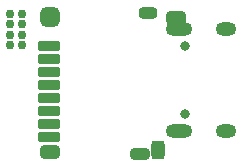
<source format=gbs>
G04*
G04 #@! TF.GenerationSoftware,Altium Limited,Altium Designer,21.0.8 (223)*
G04*
G04 Layer_Color=16711935*
%FSLAX25Y25*%
%MOIN*%
G70*
G04*
G04 #@! TF.SameCoordinates,8E059B7F-88B0-49DF-8ED0-AD27087E488A*
G04*
G04*
G04 #@! TF.FilePolarity,Negative*
G04*
G01*
G75*
G04:AMPARAMS|DCode=39|XSize=26mil|YSize=26mil|CornerRadius=8mil|HoleSize=0mil|Usage=FLASHONLY|Rotation=270.000|XOffset=0mil|YOffset=0mil|HoleType=Round|Shape=RoundedRectangle|*
%AMROUNDEDRECTD39*
21,1,0.02600,0.01000,0,0,270.0*
21,1,0.01000,0.02600,0,0,270.0*
1,1,0.01600,-0.00500,-0.00500*
1,1,0.01600,-0.00500,0.00500*
1,1,0.01600,0.00500,0.00500*
1,1,0.01600,0.00500,-0.00500*
%
%ADD39ROUNDEDRECTD39*%
%ADD53O,0.08868X0.04537*%
%ADD54O,0.06899X0.04537*%
%ADD55C,0.03159*%
G04:AMPARAMS|DCode=69|XSize=37.5mil|YSize=65.06mil|CornerRadius=10.87mil|HoleSize=0mil|Usage=FLASHONLY|Rotation=90.000|XOffset=0mil|YOffset=0mil|HoleType=Round|Shape=RoundedRectangle|*
%AMROUNDEDRECTD69*
21,1,0.03750,0.04331,0,0,90.0*
21,1,0.01575,0.06506,0,0,90.0*
1,1,0.02175,0.02165,0.00787*
1,1,0.02175,0.02165,-0.00787*
1,1,0.02175,-0.02165,-0.00787*
1,1,0.02175,-0.02165,0.00787*
%
%ADD69ROUNDEDRECTD69*%
G04:AMPARAMS|DCode=70|XSize=37.5mil|YSize=61.12mil|CornerRadius=10.87mil|HoleSize=0mil|Usage=FLASHONLY|Rotation=90.000|XOffset=0mil|YOffset=0mil|HoleType=Round|Shape=RoundedRectangle|*
%AMROUNDEDRECTD70*
21,1,0.03750,0.03937,0,0,90.0*
21,1,0.01575,0.06112,0,0,90.0*
1,1,0.02175,0.01968,0.00787*
1,1,0.02175,0.01968,-0.00787*
1,1,0.02175,-0.01968,-0.00787*
1,1,0.02175,-0.01968,0.00787*
%
%ADD70ROUNDEDRECTD70*%
G04:AMPARAMS|DCode=71|XSize=46mil|YSize=65.06mil|CornerRadius=13mil|HoleSize=0mil|Usage=FLASHONLY|Rotation=90.000|XOffset=0mil|YOffset=0mil|HoleType=Round|Shape=RoundedRectangle|*
%AMROUNDEDRECTD71*
21,1,0.04600,0.03906,0,0,90.0*
21,1,0.02000,0.06506,0,0,90.0*
1,1,0.02600,0.01953,0.01000*
1,1,0.02600,0.01953,-0.01000*
1,1,0.02600,-0.01953,-0.01000*
1,1,0.02600,-0.01953,0.01000*
%
%ADD71ROUNDEDRECTD71*%
G04:AMPARAMS|DCode=72|XSize=65.06mil|YSize=65.06mil|CornerRadius=17.76mil|HoleSize=0mil|Usage=FLASHONLY|Rotation=90.000|XOffset=0mil|YOffset=0mil|HoleType=Round|Shape=RoundedRectangle|*
%AMROUNDEDRECTD72*
21,1,0.06506,0.02953,0,0,90.0*
21,1,0.02953,0.06506,0,0,90.0*
1,1,0.03553,0.01476,0.01476*
1,1,0.03553,0.01476,-0.01476*
1,1,0.03553,-0.01476,-0.01476*
1,1,0.03553,-0.01476,0.01476*
%
%ADD72ROUNDEDRECTD72*%
G04:AMPARAMS|DCode=73|XSize=63.09mil|YSize=45.37mil|CornerRadius=12.84mil|HoleSize=0mil|Usage=FLASHONLY|Rotation=90.000|XOffset=0mil|YOffset=0mil|HoleType=Round|Shape=RoundedRectangle|*
%AMROUNDEDRECTD73*
21,1,0.06309,0.01968,0,0,90.0*
21,1,0.03740,0.04537,0,0,90.0*
1,1,0.02568,0.00984,0.01870*
1,1,0.02568,0.00984,-0.01870*
1,1,0.02568,-0.00984,-0.01870*
1,1,0.02568,-0.00984,0.01870*
%
%ADD73ROUNDEDRECTD73*%
G04:AMPARAMS|DCode=74|XSize=45.37mil|YSize=67.02mil|CornerRadius=12.84mil|HoleSize=0mil|Usage=FLASHONLY|Rotation=90.000|XOffset=0mil|YOffset=0mil|HoleType=Round|Shape=RoundedRectangle|*
%AMROUNDEDRECTD74*
21,1,0.04537,0.04134,0,0,90.0*
21,1,0.01968,0.06702,0,0,90.0*
1,1,0.02568,0.02067,0.00984*
1,1,0.02568,0.02067,-0.00984*
1,1,0.02568,-0.02067,-0.00984*
1,1,0.02568,-0.02067,0.00984*
%
%ADD74ROUNDEDRECTD74*%
G04:AMPARAMS|DCode=75|XSize=33.56mil|YSize=74.9mil|CornerRadius=9.89mil|HoleSize=0mil|Usage=FLASHONLY|Rotation=90.000|XOffset=0mil|YOffset=0mil|HoleType=Round|Shape=RoundedRectangle|*
%AMROUNDEDRECTD75*
21,1,0.03356,0.05512,0,0,90.0*
21,1,0.01378,0.07490,0,0,90.0*
1,1,0.01978,0.02756,0.00689*
1,1,0.01978,0.02756,-0.00689*
1,1,0.01978,-0.02756,-0.00689*
1,1,0.01978,-0.02756,0.00689*
%
%ADD75ROUNDEDRECTD75*%
D39*
X41100Y70400D02*
D03*
X37100D02*
D03*
X41100Y73900D02*
D03*
X37100D02*
D03*
X41100Y66900D02*
D03*
X37100D02*
D03*
X41100Y63400D02*
D03*
X37100D02*
D03*
D53*
X93373Y34772D02*
D03*
Y68828D02*
D03*
D54*
X109121Y34772D02*
D03*
Y68828D02*
D03*
D55*
X95342Y63178D02*
D03*
Y40422D02*
D03*
D69*
X80413Y27130D02*
D03*
D70*
X82972Y74079D02*
D03*
D71*
X50492Y27614D02*
D03*
D72*
Y72799D02*
D03*
D73*
X86319Y28409D02*
D03*
D74*
X92520Y72504D02*
D03*
D75*
X50000Y32839D02*
D03*
Y37169D02*
D03*
Y41500D02*
D03*
Y45831D02*
D03*
Y50161D02*
D03*
Y54492D02*
D03*
Y58823D02*
D03*
Y63153D02*
D03*
M02*

</source>
